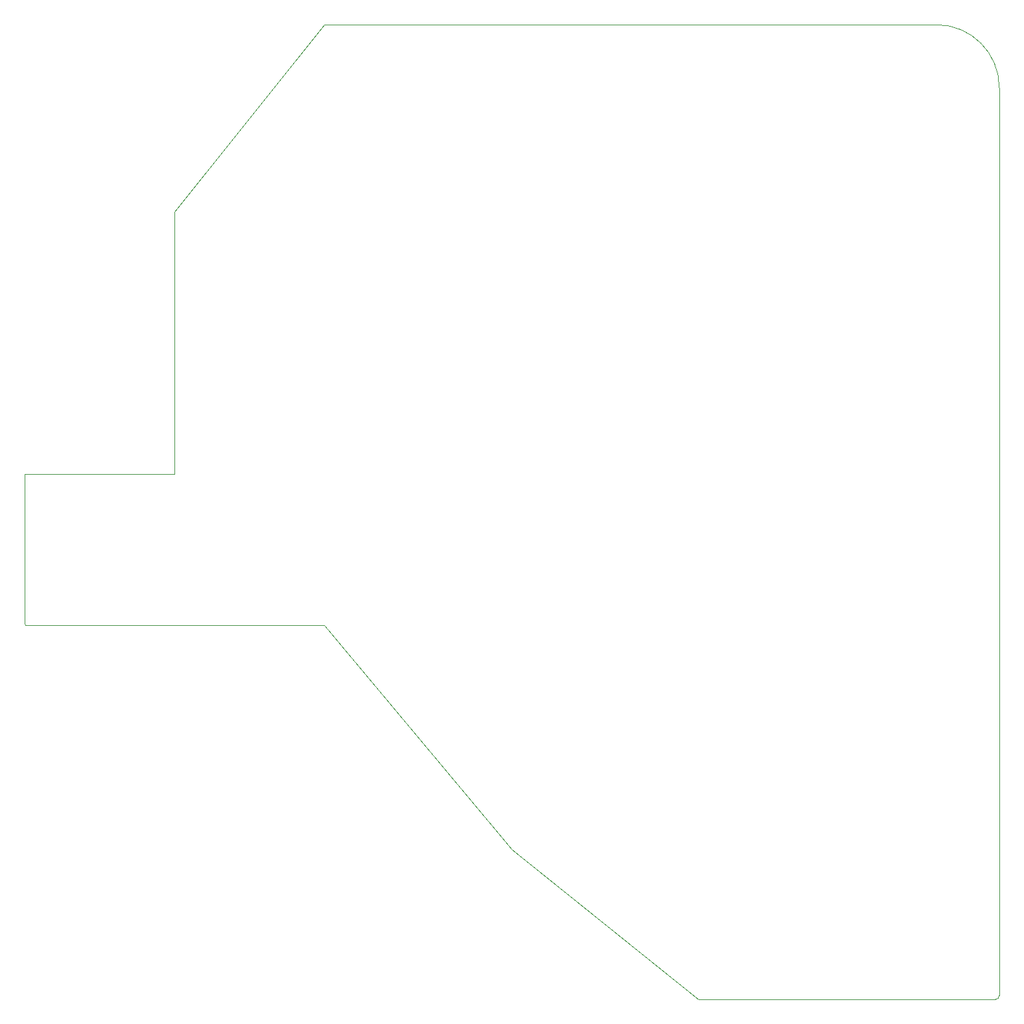
<source format=gbr>
G04 #@! TF.GenerationSoftware,KiCad,Pcbnew,(5.1.4-0)*
G04 #@! TF.CreationDate,2021-02-04T00:36:41-05:00*
G04 #@! TF.ProjectId,mxnatee,6d786e61-7465-4652-9e6b-696361645f70,rev?*
G04 #@! TF.SameCoordinates,Original*
G04 #@! TF.FileFunction,Profile,NP*
%FSLAX46Y46*%
G04 Gerber Fmt 4.6, Leading zero omitted, Abs format (unit mm)*
G04 Created by KiCad (PCBNEW (5.1.4-0)) date 2021-02-04 00:36:41*
%MOMM*%
%LPD*%
G04 APERTURE LIST*
%ADD10C,0.050000*%
G04 APERTURE END LIST*
D10*
X36449000Y-47625000D02*
X36449000Y-47498000D01*
X36449000Y-47879000D02*
X36449000Y-47625000D01*
X36449000Y-80899000D02*
X36449000Y-47879000D01*
X17399000Y-80899000D02*
X36449000Y-80899000D01*
X17399000Y-99949000D02*
X17399000Y-80899000D01*
X17526000Y-100076000D02*
G75*
G02X17399000Y-99949000I0J127000D01*
G01*
X140843000Y-147701000D02*
X103124000Y-147701000D01*
X141351000Y-147193000D02*
X141351000Y-31750000D01*
X141351000Y-147193000D02*
G75*
G02X140843000Y-147701000I-508000J0D01*
G01*
X133350000Y-23749000D02*
G75*
G02X141351000Y-31750000I0J-8001000D01*
G01*
X74676000Y-23749000D02*
X133350000Y-23749000D01*
X55499000Y-23749000D02*
X74676000Y-23749000D01*
X36449000Y-47498000D02*
X55499000Y-23749000D01*
X55499000Y-100076000D02*
X17526000Y-100076000D01*
X79375000Y-128651000D02*
X55499000Y-100076000D01*
X103124000Y-147701000D02*
X79375000Y-128651000D01*
M02*

</source>
